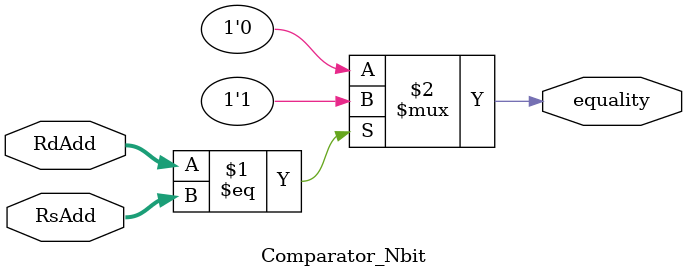
<source format=v>


// The result of translation follows.  Its copyright status should be
// considered unchanged from the original VHDL.

// no timescale needed

module Comparator_Nbit(
input wire [N - 1:0] RdAdd,
input wire [N - 1:0] RsAdd,
output wire equality
);

parameter [31:0] N = 32;
//sources and destinations regs addresses


//equality signal to indicate if the data input are equal (RsAdd is equal to RdAdd)


  assign equality = RdAdd == RsAdd ? 1'b1 : 1'b0;

endmodule

</source>
